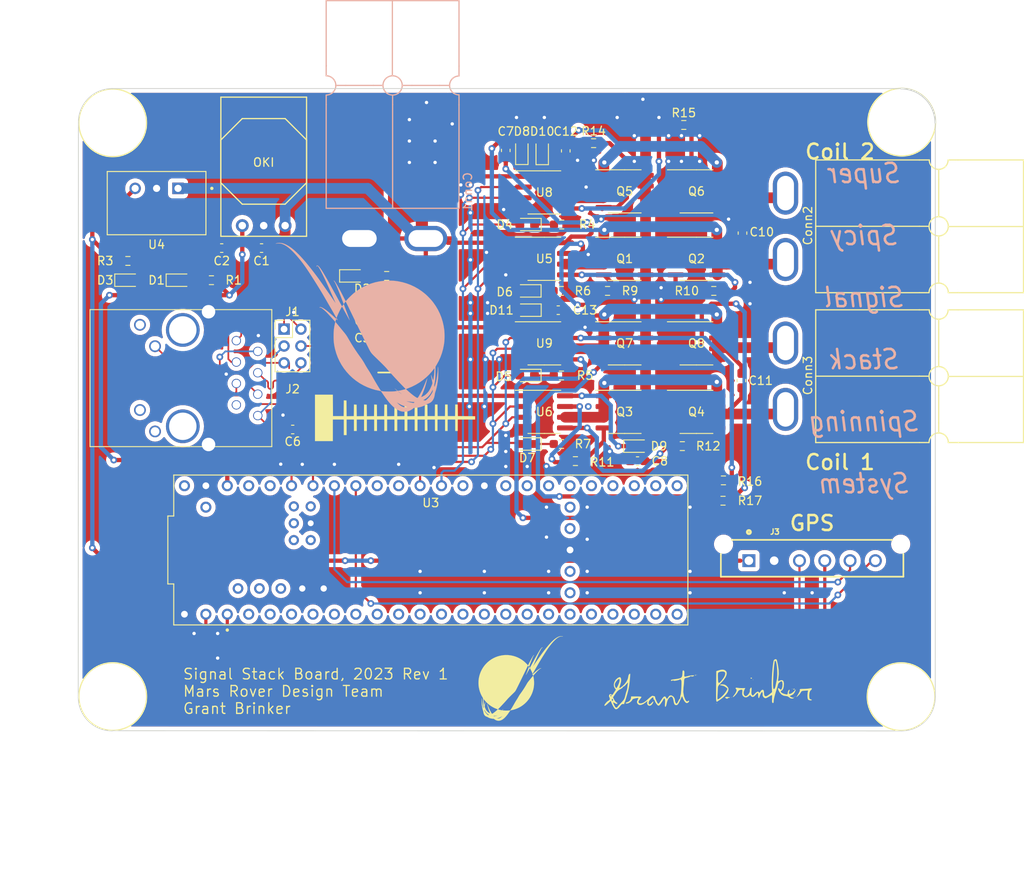
<source format=kicad_pcb>
(kicad_pcb (version 20211014) (generator pcbnew)
  (layers (0 "F.Cu" signal) (31 "B.Cu" signal) (34 "B.Paste" user) (35 "F.Paste" user) (36 "B.SilkS" user "B.Silkscreen") (37 "F.SilkS" user "F.Silkscreen") (38 "B.Mask" user) (39 "F.Mask" user) (44 "Edge.Cuts" user))
  (net 0 "")
  (net 1 "+12V")
  (net 2 "GND")
  (net 3 "+3V3")
  (net 4 "Net-(C6-Pad1)")
  (net 5 "Net-(C6-Pad2)")
  (net 6 "Net-(C7-Pad1)")
  (net 7 "/M+")
  (net 8 "Net-(C8-Pad1)")
  (net 9 "/M-")
  (net 10 "Net-(C12-Pad1)")
  (net 11 "Net-(C13-Pad1)")
  (net 12 "Net-(D1-Pad2)")
  (net 13 "Net-(D2-Pad2)")
  (net 14 "Net-(D3-Pad2)")
  (net 15 "Net-(D4-Pad1)")
  (net 16 "Coil1+")
  (net 17 "Net-(D5-Pad1)")
  (net 18 "Coil2+")
  (net 19 "Net-(D6-Pad1)")
  (net 20 "Coil1-")
  (net 21 "Net-(D7-Pad1)")
  (net 22 "Coil2-")
  (net 23 "Net-(J1-Pad4)")
  (net 27 "+5V")
  (net 28 "GPS TX")
  (net 29 "GPS RX")
  (net 30 "I2C SCL")
  (net 31 "I2C SDA")
  (net 32 "Net-(Q1-Pad4)")
  (net 33 "Net-(Q2-Pad4)")
  (net 34 "Net-(Q3-Pad4)")
  (net 35 "Net-(Q4-Pad4)")
  (net 36 "Net-(Q5-Pad4)")
  (net 37 "Net-(Q6-Pad4)")
  (net 38 "Net-(Q7-Pad4)")
  (net 39 "Net-(Q8-Pad4)")
  (net 40 "Net-(R9-Pad1)")
  (net 41 "Net-(R10-Pad1)")
  (net 42 "Net-(R11-Pad1)")
  (net 43 "Net-(R12-Pad1)")
  (net 44 "Net-(R14-Pad1)")
  (net 45 "Net-(R15-Pad1)")
  (net 46 "Net-(R16-Pad1)")
  (net 47 "Net-(R17-Pad1)")
  (net 92 "/TX+")
  (net 93 "/TX-")
  (net 94 "/RX-")
  (net 95 "/RX+")
  (footprint "Capacitor_SMD:C_0603_1608Metric_Pad1.08x0.95mm_HandSolder" (layer "F.Cu") (at 132.7415 88.646 180)
    (fp_text reference "C5")
    (fp_text value "22uF")
  )
  (footprint "MRDT_Shields:Teensy_4_1_Vertical" (layer "F.Cu") (at 87.122 82.296)
    (fp_text reference "U3")
    (fp_text value "Teensy4.1_DEV-16771")
  )
  (footprint "Resistor_SMD:R_0603_1608Metric_Pad0.98x0.95mm_HandSolder" (layer "F.Cu") (at 153.4395 79.248 180)
    (fp_text reference "R4")
    (fp_text value "120")
  )
  (footprint "MRDT_Drill_Holes:4_40_Hole_Corner" (layer "F.Cu") (at 96.2011 139.256884)
    (fp_text reference "V3" hide)
    (fp_text value "Via" hide)
  )
  (footprint "Capacitor_SMD:C_0603_1608Metric_Pad1.08x0.95mm_HandSolder" (layer "F.Cu") (at 132.715 92.71 180)
    (fp_text reference "C3")
    (fp_text value "0.1uF")
  )
  (footprint "MRDT_Drill_Holes:4_40_Hole_Corner" (layer "F.Cu") (at 189.6731 139.26474)
    (fp_text reference "V2" hide)
    (fp_text value "Via" hide)
  )
  (footprint "Capacitor_SMD:C_0603_1608Metric_Pad1.08x0.95mm_HandSolder" (layer "F.Cu") (at 146.812 70.4585 90)
    (fp_text reference "C7")
    (fp_text value "0.1u")
  )
  (footprint "Capacitor_SMD:C_0603_1608Metric_Pad1.08x0.95mm_HandSolder" (layer "F.Cu") (at 162.433 107.315)
    (fp_text reference "C8")
    (fp_text value "0.1u")
  )
  (footprint "Package_SO:SOIC-8_3.9x4.9mm_P1.27mm" (layer "F.Cu") (at 169.418 101.473)
    (fp_text reference "Q4")
    (fp_text value "SI4156DY")
  )
  (footprint "Resistor_SMD:R_0603_1608Metric_Pad0.98x0.95mm_HandSolder" (layer "F.Cu") (at 111.9105 85.852 180)
    (fp_text reference "R1")
    (fp_text value "120")
  )
  (footprint "Diode_SMD:D_0603_1608Metric_Pad1.05x0.95mm_HandSolder" (layer "F.Cu") (at 149.338 87.122 180)
    (fp_text reference "D6")
    (fp_text value "Pink")
  )
  (footprint "MRDT_Connectors:Square_Anderson_2_H_Side_By_Side" (layer "F.Cu") (at 179.6034 83.947 180)
    (fp_text reference "Conn2")
    (fp_text value "AndersonPP")
  )
  (footprint "Package_SO:SOIC-8_3.9x4.9mm_P1.27mm" (layer "F.Cu") (at 151.384 83.312)
    (fp_text reference "U5")
    (fp_text value "IRS2005S")
  )
  (footprint "Package_SO:SOIC-8_3.9x4.9mm_P1.27mm" (layer "F.Cu") (at 151.384 101.473)
    (fp_text reference "U6")
    (fp_text value "IRS2005S")
  )
  (footprint "Capacitor_SMD:C_0603_1608Metric_Pad1.08x0.95mm_HandSolder" (layer "F.Cu") (at 153.924 70.5115 90)
    (fp_text reference "C12")
    (fp_text value "0.1u")
  )
  (footprint "MRDT_Connectors:Square_Anderson_2_H_Side_By_Side" (layer "F.Cu") (at 179.6034 101.727 180)
    (fp_text reference "Conn3")
    (fp_text value "AndersonPP")
  )
  (footprint "Diode_SMD:D_0603_1608Metric_Pad1.05x0.95mm_HandSolder" (layer "F.Cu") (at 149.352 105.283 180)
    (fp_text reference "D7")
    (fp_text value "Pink")
  )
  (footprint "Package_SO:SOIC-8_3.9x4.9mm_P1.27mm" (layer "F.Cu") (at 160.909 93.345)
    (fp_text reference "Q7")
    (fp_text value "SI4156DY")
  )
  (footprint "Package_SO:SOIC-8_3.9x4.9mm_P1.27mm" (layer "F.Cu") (at 151.384 75.438)
    (fp_text reference "U8")
    (fp_text value "IRS2005S")
  )
  (footprint "MRDT_Silkscreens:0_MRDT_Logo_10mm" (layer "F.Cu") (at 148.59 133.096)
    (fp_text reference "G***" hide)
    (fp_text value "LOGO" hide)
  )
  (footprint "MRDT_Drill_Holes:4_40_Hole_Corner" (layer "F.Cu") (at 96.19488 71.19112)
    (fp_text reference "V4" hide)
    (fp_text value "Via" hide)
  )
  (footprint "Package_SO:SOIC-8_3.9x4.9mm_P1.27mm" (layer "F.Cu") (at 169.418 83.312)
    (fp_text reference "Q2")
    (fp_text value "SI4156DY")
  )
  (footprint "Package_SO:SOIC-8_3.9x4.9mm_P1.27mm" (layer "F.Cu") (at 169.418 93.345)
    (fp_text reference "Q8")
    (fp_text value "SI4156DY")
  )
  (footprint "Capacitor_SMD:C_0603_1608Metric_Pad1.08x0.95mm_HandSolder" (layer "F.Cu") (at 121.5495 103.5645 180)
    (fp_text reference "C6")
    (fp_text value "0.1uF")
  )
  (footprint "Resistor_SMD:R_0603_1608Metric_Pad0.98x0.95mm_HandSolder" (layer "F.Cu") (at 153.416 105.283 180)
    (fp_text reference "R7")
    (fp_text value "120")
  )
  (footprint "MRDT_Connectors:RJ45_Teensy" (layer "F.Cu") (at 95.5175 97.5935 -90)
    (fp_text reference "J2")
    (fp_text value "RJ45_LED_Shielded")
  )
  (footprint "Package_SO:SOIC-8_3.9x4.9mm_P1.27mm" (layer "F.Cu") (at 160.909 83.312)
    (fp_text reference "Q1")
    (fp_text value "SI4156DY")
  )
  (footprint "Resistor_SMD:R_0603_1608Metric_Pad0.98x0.95mm_HandSolder" (layer "F.Cu") (at 155.067 107.315)
    (fp_text reference "R11")
    (fp_text value "100")
  )
  (footprint "MRDT_Actives:DO-214AC" (layer "F.Cu") (at 132.708 95.504 180)
    (fp_text reference "U2")
    (fp_text value "SMAJ12CA")
  )
  (footprint "MRDT_Silkscreens:yagi" (layer "F.Cu") (at 133.731 102.108)
    (fp_text reference "G***" hide)
    (fp_text value "LOGO" hide)
  )
  (footprint "Resistor_SMD:R_0603_1608Metric_Pad0.98x0.95mm_HandSolder" (layer "F.Cu") (at 158.877 87.122)
    (fp_text reference "R9")
    (fp_text value "100")
  )
  (footprint "Diode_SMD:D_0603_1608Metric_Pad1.05x0.95mm_HandSolder" (layer "F.Cu") (at 149.352 79.248 180)
    (fp_text reference "D4")
    (fp_text value "Pink")
  )
  (footprint "Package_SO:SOIC-8_3.9x4.9mm_P1.27mm" (layer "F.Cu") (at 160.909 101.473)
    (fp_text reference "Q3")
    (fp_text value "SI4156DY")
  )
  (footprint "MRDT_Connectors:MOLEX_uF_S_06_Vertical" (layer "F.Cu") (at 183.134 119.126)
    (fp_text reference "J3")
    (fp_text value "Molex_uF_SV_06")
  )
  (footprint "Diode_SMD:D_0603_1608Metric_Pad1.05x0.95mm_HandSolder" (layer "F.Cu") (at 102.108 85.852)
    (fp_text reference "D3")
    (fp_text value "GREEN")
  )
  (footprint "Resistor_SMD:R_0603_1608Metric_Pad0.98x0.95mm_HandSolder" (layer "F.Cu") (at 171.4735 87.122 180)
    (fp_text reference "R10")
    (fp_text value "100")
  )
  (footprint "Capacitor_SMD:C_0603_1608Metric_Pad1.08x0.95mm_HandSolder" (layer "F.Cu") (at 174.752 97.7635 90)
    (fp_text reference "C11")
    (fp_text value "10u")
  )
  (footprint "Capacitor_SMD:C_0603_1608Metric_Pad1.08x0.95mm_HandSolder" (layer "F.Cu") (at 174.879 80.264 90)
    (fp_text reference "C10")
    (fp_text value "10u")
  )
  (footprint "Capacitor_SMD:C_0603_1608Metric_Pad1.08x0.95mm_HandSolder" (layer "F.Cu") (at 132.715 90.678 180)
    (fp_text reference "C4")
    (fp_text value "10uF")
  )
  (footprint "Connector_PinHeader_2.00mm:PinHeader_2x03_P2.00mm_Vertical" (layer "F.Cu") (at 120.523 91.6585)
    (fp_text reference "J1")
    (fp_text value "Molex_uF_SV_06")
  )
  (footprint "Resistor_SMD:R_0603_1608Metric_Pad0.98x0.95mm_HandSolder" (layer "F.Cu") (at 172.6165 109.601 180)
    (fp_text reference "R16")
    (fp_text value "100")
  )
  (footprint "Resistor_SMD:R_0603_1608Metric_Pad0.98x0.95mm_HandSolder" (layer "F.Cu") (at 157.226 69.596)
    (fp_text reference "R14")
    (fp_text value "100")
  )
  (footprint "Capacitor_SMD:C_0603_1608Metric_Pad1.08x0.95mm_HandSolder" (layer "F.Cu") (at 117.856 82.042 180)
    (fp_text reference "C1")
    (fp_text value "10uF")
  )
  (footprint "Resistor_SMD:R_0603_1608Metric_Pad0.98x0.95mm_HandSolder" (layer "F.Cu") (at 153.3925 87.122 180)
    (fp_text reference "R6")
    (fp_text value "120")
  )
  (footprint "Resistor_SMD:R_0603_1608Metric_Pad0.98x0.95mm_HandSolder" (layer "F.Cu") (at 153.416 97.155 180)
    (fp_text reference "R5")
    (fp_text value "120")
  )
  (footprint "MRDT_Drill_Holes:4_40_Hole_Corner" (layer "F.Cu") (at 189.7493 71.1087)
    (fp_text reference "V1" hide)
    (fp_text value "Via" hide)
  )
  (footprint "Package_SO:SOIC-8_3.9x4.9mm_P1.27mm" (layer "F.Cu") (at 160.909 75.311)
    (fp_text reference "Q5")
    (fp_text value "SI4156DY")
  )
  (footprint "Diode_SMD:D_0603_1608Metric_Pad1.05x0.95mm_HandSolder" (layer "F.Cu") (at 151.13 70.485 90)
    (fp_text reference "D10")
    (fp_text value "D_Small")
  )
  (footprint "MRDT_Silkscreens:z_sig_Grant_Brinker_25mmx6" (layer "F.Cu") (at 170.942 133.858)
    (fp_text reference "G***" hide)
    (fp_text value "LOGO" hide)
  )
  (footprint "MRDT_Devices:TSR_1-2433" (layer "F.Cu") (at 105.41 76.708 180)
    (fp_text reference "U4")
    (fp_text value "TSR_1-2450")
  )
  (footprint "Diode_SMD:D_0603_1608Metric_Pad1.05x0.95mm_HandSolder" (layer "F.Cu") (at 108.204 85.852)
    (fp_text reference "D1")
    (fp_text value "GREEN")
  )
  (footprint "Resistor_SMD:R_0603_1608Metric_Pad0.98x0.95mm_HandSolder" (layer "F.Cu") (at 102.0045 83.566)
    (fp_text reference "R3")
    (fp_text value "300")
  )
  (footprint "Resistor_SMD:R_0603_1608Metric_Pad0.98x0.95mm_HandSolder" (layer "F.Cu") (at 167.9175 67.437)
    (fp_text reference "R15")
    (fp_text value "100")
  )
  (footprint "Diode_SMD:D_0603_1608Metric_Pad1.05x0.95mm_HandSolder" (layer "F.Cu") (at 162.447 105.537)
    (fp_text reference "D9")
    (fp_text value "D_Small")
  )
  (footprint "Diode_SMD:D_0603_1608Metric_Pad1.05x0.95mm_HandSolder" (layer "F.Cu") (at 149.338 97.155 180)
    (fp_text reference "D5")
    (fp_text value "Pink")
  )
  (footprint "Diode_SMD:D_0603_1608Metric_Pad1.05x0.95mm_HandSolder" (layer "F.Cu") (at 149.352 89.408 180)
    (fp_text reference "D11")
    (fp_text value "D_Small")
  )
  (footprint "Resistor_SMD:R_0603_1608Metric_Pad0.98x0.95mm_HandSolder" (layer "F.Cu") (at 172.5695 112.014)
    (fp_text reference "R17")
    (fp_text value "100")
  )
  (footprint "Package_SO:SOIC-8_3.9x4.9mm_P1.27mm" (layer "F.Cu") (at 151.384 93.345)
    (fp_text reference "U9")
    (fp_text value "IRS2005S")
  )
  (footprint "Resistor_SMD:R_0603_1608Metric_Pad0.98x0.95mm_HandSolder" (layer "F.Cu") (at 167.7435 105.537)
    (fp_text reference "R12")
    (fp_text value "100")
  )
  (footprint "Package_SO:SOIC-8_3.9x4.9mm_P1.27mm" (layer "F.Cu") (at 169.418 75.311)
    (fp_text reference "Q6")
    (fp_text value "SI4156DY")
  )
  (footprint "Capacitor_SMD:C_0603_1608Metric_Pad1.08x0.95mm_HandSolder" (layer "F.Cu") (at 153.035 89.408)
    (fp_text reference "C13")
    (fp_text value "0.1u")
  )
  (footprint "Diode_SMD:D_0603_1608Metric_Pad1.05x0.95mm_HandSolder" (layer "F.Cu") (at 128.7685 85.344)
    (fp_text reference "D2")
    (fp_text value "GREEN")
  )
  (footprint "MRDT_Devices:OKI_Horizontal" (layer "F.Cu") (at 120.65 79.375 180)
    (fp_text reference "U1" hide)
    (fp_text value "OKI")
  )
  (footprint "Resistor_SMD:R_0603_1608Metric_Pad0.98x0.95mm_HandSolder" (layer "F.Cu") (at 132.6915 85.344)
    (fp_text reference "R2")
    (fp_text value "1000")
  )
  (footprint "Diode_SMD:D_0603_1608Metric_Pad1.05x0.95mm_HandSolder" (layer "F.Cu") (at 148.717 70.471 90)
    (fp_text reference "D8")
    (fp_text value "D_Small")
  )
  (footprint "Capacitor_SMD:C_0603_1608Metric_Pad1.08x0.95mm_HandSolder" (layer "F.Cu") (at 113.1305 82.042 180)
    (fp_text reference "C2")
    (fp_text value "10uF")
  )
  (footprint "MRDT_Silkscreens:0_MRDT_Logo_20mm" (layer "B.Cu") (at 129.54 91.44 180)
    (fp_text reference "G***" hide)
    (fp_text value "LOGO" hide)
  )
  (footprint "MRDT_Connectors:Square_Anderson_2_H_Side_By_Side" (layer "B.Cu") (at 128.905 81.28 -90)
    (fp_text reference "Conn1")
    (fp_text value "AndersonPP")
  )
  (gr_arc (start 193.675 63.119) (mid 196.548682 64.309318) (end 197.739 67.183) (layer "Edge.Cuts") (width 0.2))
  (gr_arc (start 197.735518 135.255001) (mid 196.596016 138.107672) (end 193.773119 139.319) (layer "Edge.Cuts") (width 0.1))
  (gr_line (start 96.12144 135.353103) (end 96.139001 67.183) (layer "Edge.Cuts") (width 0.1))
  (gr_line (start 100.1014 63.119001) (end 193.675 63.119) (layer "Edge.Cuts") (width 0.1))
  (gr_arc (start 96.139001 67.183) (mid 97.278519 64.330361) (end 100.1014 63.119001) (layer "Edge.Cuts") (width 0.1))
  (gr_line (start 197.739 67.183) (end 197.735518 135.255001) (layer "Edge.Cuts") (width 0.1))
  (gr_line (start 193.773119 139.319) (end 100.185439 139.297958) (layer "Edge.Cuts") (width 0.1))
  (gr_arc (start 100.185439 139.315502) (mid 97.332768 138.176) (end 96.12144 135.353103) (layer "Edge.Cuts") (width 0.1))
  (gr_text "Super\n\nSpicy\n\nSignal\n\nStack\n\nSpinning\n\nSystem" (at 189.357 91.567) (layer "B.SilkS") (effects (font (size 2.286 2.032) (thickness 0.3) italic) (justify mirror)))
  (gr_text "Coil 1" (at 186.436 107.442) (layer "F.SilkS") (effects (font (size 1.778 1.778) (thickness 0.3))))
  (gr_text "GPS" (at 183.134 114.681) (layer "F.SilkS") (effects (font (size 1.778 1.778) (thickness 0.3))))
  (gr_text "Signal Stack Board, 2023 Rev 1\nMars Rover Design Team\nGrant Brinker\n" (at 108.458 134.62) (layer "F.SilkS") (effects (font (size 1.27 1.27)) (justify left)))
  (gr_text "Coil 2" (at 186.436 70.612) (layer "F.SilkS") (effects (font (size 1.778 1.778) (thickness 0.3))))
  (segment (start 139.954 65.024) (end 136.779 68.199) (width 1.27) (layer "F.Cu") (net 1))
  (segment (start 149.987 66.675) (end 148.336 65.024) (width 0.508) (layer "F.Cu") (net 1))
  (segment (start 148.844 69.596) (end 149.987 68.453) (width 0.508) (layer "F.Cu") (net 1))
  (segment (start 148.717 69.596) (end 148.844 69.596) (width 0.508) (layer "F.Cu") (net 1))
  (segment (start 139.954 81.407) (end 139.4524 80.9054) (width 0.508) (layer "F.Cu") (net 1))
  (segment (start 118.7185 82.042) (end 119.126 82.042) (width 1.27) (layer "F.Cu") (net 1))
  (segment (start 163.384 75.946) (end 163.384 74.676) (width 1.27) (layer "F.Cu") (net 1))
  (segment (start 163.322 105.537) (end 163.322 103.44) (width 0.508) (layer "F.Cu") (net 1))
  (segment (start 163.384 102.108) (end 163.384 103.378) (width 1.27) (layer "F.Cu") (net 1))
  (segment (start 163.384 67.499) (end 160.909 65.024) (width 1.27) (layer "F.Cu") (net 1))
  (segment (start 148.336 65.024) (end 139.954 65.024) (width 1.27) (layer "F.Cu") (net 1))
  (segment (start 163.384 82.677) (end 163.384 83.947) (width 1.27) (layer "F.Cu") (net 1))
  (segment (start 151.13 69.61) (end 151.13 69.596) (width 0.508) (layer "F.Cu") (net 1))
  (segment (start 163.384 93.98) (end 163.384 95.25) (width 1.27) (layer "F.Cu") (net 1))
  (segment (start 163.384 73.406) (end 163.384 67.499) (width 1.27) (layer "F.Cu") (net 1))
  (segment (start 150.114 65.024) (end 148.336 65.024) (width 1.27) (layer "F.Cu") (net 1))
  (segment (start 163.384 99.568) (end 163.384 100.838) (width 1.27) (layer "F.Cu") (net 1))
  (segment (start 163.384 91.44) (end 163.384 92.71) (width 1.27) (layer "F.Cu") (net 1))
  (segment (start 139.4524 80.9054) (end 137.329 80.9054) (width 0.508) (layer "F.Cu") (net 1))
  (segment (start 160.909 65.024) (end 150.114 65.024) (width 1.27) (layer "F.Cu") (net 1))
  (segment (start 148.909 99.568) (end 139.954 99.568) (width 0.508) (layer "F.Cu") (net 1))
  (segment (start 163.384 81.407) (end 163.384 82.677) (width 1.27) (layer "F.Cu") (net 1))
  (segment (start 163.384 92.71) (end 163.384 93.98) (width 1.27) (layer "F.Cu") (net 1))
  (segment (start 163.384 83.947) (end 163.384 85.217) (width 1.27) (layer "F.Cu") (net 1))
  (segment (start 136.779 68.199) (end 136.779 80.3554) (width 1.27) (layer "F.Cu") (net 1))
  (segment (start 163.384 95.25) (end 163.384 99.568) (width 1.27) (layer "F.Cu") (net 1))
  (segment (start 163.322 103.44) (end 163.384 103.378) (width 0.508) (layer "F.Cu") (net 1))
  (segment (start 163.384 74.676) (end 163.384 73.406) (width 1.27) (layer "F.Cu") (net 1))
  (segment (start 148.909 91.44) (end 139.954 91.44) (width 0.508) (layer "F.Cu") (net 1))
  (segment (start 163.384 85.217) (end 163.384 91.44) (width 1.27) (layer "F.Cu") (net 1))
  (segment (start 148.844 81.407) (end 139.954 81.407) (width 0.508) (layer "F.Cu") (net 1))
  (segment (start 163.384 77.216) (end 163.384 75.946) (width 1.27) (layer "F.Cu") (net 1))
  (segment (start 120.65 80.518) (end 120.65 79.375) (width 1.27) (layer "F.Cu") (net 1))
  (segment (start 163.384 100.838) (end 163.384 102.108) (width 1.27) (layer "F.Cu") (net 1))
  (segment (start 163.384 81.407) (end 163.384 77.216) (width 1.27) (layer "F.Cu") (net 1))
  (segment (start 119.126 82.042) (end 120.65 80.518) (width 1.27) (layer "F.Cu") (net 1))
  (segment (start 136.779 80.3554) (end 137.329 80.9054) (width 1.27) (layer "F.Cu") (net 1))
  (segment (start 148.909 73.533) (end 140.081 73.533) (width 0.508) (layer "F.Cu") (net 1))
  (segment (start 151.13 69.596) (end 149.987 68.453) (width 0.508) (layer "F.Cu") (net 1))
  (segment (start 149.987 68.453) (end 149.987 66.675) (width 0.508) (layer "F.Cu") (net 1))
  (segment (start 120.65 79.375) (end 120.65 77.216) (width 1.27) (layer "B.Cu") (net 1))
  (segment (start 136.779 81.3054) (end 130.4316 74.958) (width 1.27) (layer "B.Cu") (net 1))
  (segment (start 120.65 77.216) (end 122.908 74.958) (width 1.27) (layer "B.Cu") (net 1))
  (segment (start 130.4316 74.958) (end 122.908 74.958) (width 1.27) (layer "B.Cu") (net 1))
  (segment (start 122.908 74.958) (end 107.95 74.958) (width 1.27) (layer "B.Cu") (net 1))
  (segment (start 101.092 85.711) (end 101.233 85.852) (width 0.508) (layer "F.Cu") (net 2))
  (via (at 158.115 78.613) (size 0.8) (drill 0.4) (layers "F.Cu" "B.Cu") (net 2))
  (via (at 142.621 74.549) (size 0.8) (drill 0.4) (layers "F.Cu" "B.Cu") (net 2))
  (via (at 162.052 71.755) (size 0.8) (drill 0.4) (layers "F.Cu" "B.Cu") (net 2))
  (via (at 146.05 95.25) (size 0.8) (drill 0.4) (layers "F.Cu" "B.Cu") (net 2))
  (via (at 144.272 122.936) (size 0.8) (drill 0.4) (layers "F.Cu" "B.Cu") (net 2))
  (via (at 134.112 107.696) (size 0.8) (drill 0.4) (layers "F.Cu" "B.Cu") (net 2))
  (via (at 162.052 88.138) (size 0.8) (drill 0.4) (layers "F.Cu" "B.Cu") (net 2))
  (via (at 163.068 64.389) (size 0.8) (drill 0.4) (layers "F.Cu" "B.Cu") (net 2))
  (via (at 136.652 120.396) (size 0.8) (drill 0.4) (layers "F.Cu" "B.Cu") (net 2))
  (via (at 113.665 96.9925) (size 0.8) (drill 0.4) (layers "F.Cu" "B.Cu") (net 2))
  (via (at 141.478 74.549) (size 0.8) (drill 0.4) (layers "F.Cu" "B.Cu") (net 2))
  (via (at 120.396 101.854) (size 0.8) (drill 0.4) (layers "F.Cu" "B.Cu") (net 2))
  (via (at 142.621 88.519) (size 0.8) (drill 0.4) (layers "F.Cu" "B.Cu") (net 2))
  (via (at 112.649 127.762) (size 0.8) (drill 0.4) (layers "F.Cu" "B.Cu") (net 2))
  (via (at 146.812 104.267) (size 0.8) (drill 0.4) (layers "F.Cu" "B.Cu") (net 2))
  (via (at 137.414 64.77) (size 0.8) (drill 0.4) (layers "F.Cu" "B.Cu") (net 2))
  (via (at 159.131 106.172) (size 0.8) (drill 0.4) (layers "F.Cu" "B.Cu") (net 2))
  (via (at 142.621 95.25) (size 0.8) (drill 0.4) (layers "F.Cu" "B.Cu") (net 2))
  (via (at 142.621 77.851) (size 0.8) (drill 0.4) (layers "F.Cu" "B.Cu") (net 2))
  (via (at 144.272 100.838) (size 0.8) (drill 0.4) (layers "F.Cu" "B.Cu") (net 2))
  (via (at 156.464 122.936) (size 0.8) (drill 0.4) (layers "F.Cu" "B.Cu") (net 2))
  (via (at 156.591 100.838) (size 0.8) (drill 0.4) (layers "F.Cu" "B.Cu") (net 2))
  (via (at 122.682 107.696) (size 0.8) (drill 0.4) (layers "F.Cu" "B.Cu") (net 2))
  (via (at 126.492 107.696) (size 0.8) (drill 0.4) (layers "F.Cu" "B.Cu") (net 2))
  (via (at 146.812 85.217) (size 0.8) (drill 0.4) (layers "F.Cu" "B.Cu") (net 2))
  (via (at 183.134 122.936) (size 0.8) (drill 0.4) (layers "F.Cu" "B.Cu") (net 2))
  (via (at 117.475 92.4205) (size 0.8) (drill 0.4) (layers "F.Cu" "B.Cu") (net 2))
  (via (at 166.116 68.707) (size 0.8) (drill 0.4) (layers "F.Cu" "B.Cu") (net 2))
  (via (at 167.64 68.707) (size 0.8) (drill 0.4) (layers "F.Cu" "B.Cu") (net 2))
  (via (at 142.494 100.838) (size 0.8) (drill 0.4) (layers "F.Cu" "B.Cu") (net 2))
  (via (at 169.799 71.755) (size 0.8) (drill 0.4) (layers "F.Cu" "B.Cu") (net 2))
  (via (at 155.321 71.628) (size 0.8) (drill 0.4) (layers "F.Cu" "B.Cu") (net 2))
  (via (at 138.303 108.077) (size 0.8) (drill 0.4) (layers "F.Cu" "B.Cu") (net 2))
  (via (at 151.384 66.548) (size 0.8) (drill 0.4) (layers "F.Cu" "B.Cu") (net 2))
  (via (at 168.656 120.396) (size 0.8) (drill 0.4) (layers "F.Cu" "B.Cu") (net 2))
  (via (at 146.812 106.172) (size 0.8) (drill 0.4) (layers "F.Cu" "B.Cu") (net 2))
  (via (at 156.591 82.804) (size 0.8) (drill 0.4) (layers "F.Cu" "B.Cu") (net 2))
  (via (at 148.082 66.548) (size 0.8) (drill 0.4) (layers "F.Cu" "B.Cu") (net 2))
  (via (at 140.462 67.31) (size 0.8) (drill 0.4) (layers "F.Cu" "B.Cu") (net 2))
  (via (at 151.892 120.396) (size 0.8) (drill 0.4) (layers "F.Cu" "B.Cu") (net 2))
  (via (at 144.272 120.396) (size 0.8) (drill 0.4) (layers "F.Cu" "B.Cu") (net 2))
  (via (at 138.43 71.882) (size 0.8) (drill 0.4) (layers "F.Cu" "B.Cu") (net 2))
  (via (at 121.666 89.662) (size 0.8) (drill 0.4) (layers "F.Cu" "B.Cu") (net 2))
  (via (at 135.382 66.802) (size 0.8) (drill 0.4) (layers "F.Cu" "B.Cu") (net 2))
  (via (at 165.227 88.138) (size 0.8) (drill 0.4) (layers "F.Cu" "B.Cu") (net 2))
  (via (at 135.382 69.342) (size 0.8) (drill 0.4) (layers "F.Cu" "B.Cu") (net 2))
  (via (at 179.832 122.936) (size 0.8) (drill 0.4) (layers "F.Cu" "B.Cu") (net 2))
  (via (at 151.624415 107.933008) (size 0.8) (drill 0.4) (layers "F.Cu" "B.Cu") (net 2))
  (via (at 144.399 95.25) (size 0.8) (drill 0.4) (layers "F.Cu" "B.Cu") (net 2))
  (via (at 156.21 91.44) (size 0.8) (drill 0.4) (layers "F.Cu" "B.Cu") (net 2))
  (via (at 168.656 112.776) (size 0.8) (drill 0.4) (layers "F.Cu" "B.Cu") (net 2))
  (via (at 167.64 71.755) (size 0.8) (drill 0.4) (layers "F.Cu" "B.Cu") (net 2))
  (via (at 141.478 75.692) (size 0.8) (drill 0.4) (layers "F.Cu" "B.Cu") (net 2))
  (via (at 135.382 71.882) (size 0.8) (drill 0.4) (layers "F.Cu" "B.Cu") (net 2))
  (via (at 112.649 130.683) (size 0.8) (drill 0.4) (layers "F.Cu" "B.Cu") (net 2))
  (via (at 151.892 122.936) (size 0.8) (drill 0.4) (layers "F.Cu" "B.Cu") (net 2))
  (via (at 156.464 112.776) (size 0.8) (drill 0.4) (layers "F.Cu" "B.Cu") (net 2))
  (via (at 144.653 88.519) (size 0.8) (drill 0.4) (layers "F.Cu" "B.Cu") (net 2))
  (via (at 144.653 89.789) (size 0.8) (drill 0.4) (layers "F.Cu" "B.Cu") (net 2))
  (via (at 120.127978 107.677304) (size 0.8) (drill 0.4) (layers "F.Cu" "B.Cu") (net 2))
  (via (at 149.352 107.95) (size 0.8) (drill 0.4) (layers "F.Cu" "B.Cu") (net 2))
  (via (at 142.621 83.439) (size 0.8) (drill 0.4) (layers "F.Cu" "B.Cu") (net 2))
  (via (at 138.43 69.342) (size 0.8) (drill 0.4) (layers "F.Cu" "B.Cu") (net 2))
  (via (at 156.337 74.803) (size 0.8) (drill 0.4) (layers "F.Cu" "B.Cu") (net 2))
  (via (at 151.638 112.776) (size 0.8) (drill 0.4) (layers "F.Cu" "B.Cu") (net 2))
  (via (at 109.855 127.762) (size 0.8) (drill 0.4) (layers "F.Cu" "B.Cu") (net 2))
  (via (at 146.812 107.95) (size 0.8) (drill 0.4) (layers "F.Cu" "B.Cu") (net 2))
  (via (at 175.768 88.646) (size 0.8) (drill 0.4) (layers "F.Cu" "B.Cu") (net 2))
  (via (at 175.768 86.106) (size 0.8) (drill 0.4) (layers "F.Cu" "B.Cu") (net 2))
  (via (at 168.656 122.936) (size 0.8) (drill 0.4) (layers "F.Cu" "B.Cu") (net 2))
  (via (at 173.228 78.613) (size 0.8) (drill 0.4) (layers "F.Cu" "B.Cu") (net 2))
  (via (at 169.799 68.707) (size 0.8) (drill 0.4) (layers "F.Cu" "B.Cu") (net 2))
  (via (at 144.526 82.55) (size 0.8) (drill 0.4) (layers "F.Cu" "B.Cu") (net 2))
  (via (at 164.973 66.548) (size 0.8) (drill 0.4) (layers "F.Cu" "B.Cu") (net 2))
  (via (at 160.02 66.548) (size 0.8) (drill 0.4) (layers "F.Cu" "B.Cu") (net 2))
  (via (at 157.226 71.628) (size 0.8) (drill 0.4) (layers "F.Cu" "B.Cu") (net 2))
  (via (at 151.638 116.332) (size 0.8) (drill 0.4) (layers "F.Cu" "B.Cu") (net 2))
  (via (at 142.621 89.789) (size 0.8) (drill 0.4) (layers "F.Cu" "B.Cu") (net 2))
  (via (at 156.464 120.396) (size 0.8) (drill 0.4) (layers "F.Cu" "B.Cu") (net 2))
  (via (at 146.558 77.47) (size 0.8) (drill 0.4) (layers "F.Cu" "B.Cu") (net 2))
  (via (at 162.052 68.707) (size 0.8) (drill 0.4) (layers "F.Cu" "B.Cu") (net 2))
  (via (at 166.116 71.755) (size 0.8) (drill 0.4) (layers "F.Cu" "B.Cu") (net 2))
  (via (at 156.464 116.586) (size 0.8) (drill 0.4) (layers "F.Cu" "B.Cu") (net 2))
  (via (at 165.227 86.741) (size 0.8) (drill 0.4) (layers "F.Cu" "B.Cu") (net 2))
  (via (at 136.652 122.936) (size 0.8) (drill 0.4) (layers "F.Cu" "B.Cu") (net 2))
  (segment (start 113.993 82.042) (end 114.3 82.042) (width 0.508) (layer "F.Cu") (net 3))
  (segment (start 100.33 107.188) (end 113.03 107.188) (width 0.508) (layer "F.Cu") (net 3))
  (segment (start 113.792 107.95) (end 113.792 110.236) (width 0.508) (layer "F.Cu") (net 3))
  (segment (start 114.3 82.042) (end 115.57 80.772) (width 0.508) (layer "F.Cu") (net 3))
  (segment (start 112.823 86.407) (end 112.823 85.852) (width 0.508) (layer "F.Cu") (net 3))
  (segment (start 114.046 87.63) (end 112.823 86.407) (width 0.508) (layer "F.Cu") (net 3))
  (segment (start 115.57 80.772) (end 115.57 82.804) (width 0.508) (layer "F.Cu") (net 3))
  (segment (start 115.57 79.375) (end 115.57 80.772) (width 0.508) (layer "F.Cu") (net 3))
  (segment (start 114.046 87.63) (end 99.822 87.63) (width 0.508) (layer "F.Cu") (net 3))
  (segment (start 113.03 107.188) (end 113.792 107.95) (width 0.508) (layer "F.Cu") (net 3))
  (via (at 114.046 87.63) (size 0.8) (drill 0.4) (layers "F.Cu" "B.Cu") (net 3))
  (via (at 115.57 82.804) (size 0.8) (drill 0.4) (layers "F.Cu" "B.Cu") (net 3))
  (via (at 99.822 87.63) (size 0.8) (drill 0.4) (layers "F.Cu" "B.Cu") (net 3))
  (via (at 100.33 107.188) (size 0.8) (drill 0.4) (layers "F.Cu" "B.Cu") (net 3))
  (segment (start 99.822 87.63) (end 98.806 88.646) (width 0.508) (layer "B.Cu") (net 3))
  (segment (start 98.806 105.664) (end 100.33 107.188) (width 0.508) (layer "B.Cu") (net 3))
  (segment (start 115.57 82.804) (end 115.57 84.582) (width 0.508) (layer "B.Cu") (net 3))
  (segment (start 98.806 88.646) (end 98.806 105.664) (width 0.508) (layer "B.Cu") (net 3))
  (segment (start 115.57 86.106) (end 114.046 87.63) (width 0.508) (layer "B.Cu") (net 3))
  (segment (start 115.57 84.582) (end 115.57 86.106) (width 0.508) (layer "B.Cu") (net 3))
  (segment (start 122.412 103.5645) (end 122.412 101.6755) (width 0.2) (layer "F.Cu") (net 4))
  (segment (start 116.713 100.5485) (end 115.697 99.5325) (width 0.2) (layer "F.Cu") (net 4))
  (segment (start 113.411 99.5325) (end 114.427 99.5325) (width 0.2) (layer "F.Cu") (net 4))
  (segment (start 114.8675 98.1035) (end 114.8675 99.092) (width 0.2) (layer "F.Cu") (net 4))
  (segment (start 121.285 100.5485) (end 116.713 100.5485) (width 0.2) (layer "F.Cu") (net 4))
  (segment (start 112.903 94.9605) (end 112.903 99.0245) (width 0.2) (layer "F.Cu") (net 4))
  (segment (start 114.8675 99.092) (end 114.427 99.5325) (width 0.2) (layer "F.Cu") (net 4))
  (segment (start 112.903 99.0245) (end 113.411 99.5325) (width 0.2) (layer "F.Cu") (net 4))
  (segment (start 122.412 101.6755) (end 121.285 100.5485) (width 0.2) (layer "F.Cu") (net 4))
  (segment (start 115.697 99.5325) (end 114.427 99.5325) (width 0.2) (layer "F.Cu") (net 4))
  (via (at 112.903 94.9605) (size 0.8) (drill 0.4) (layers "F.Cu" "B.Cu") (net 4))
  (segment (start 113.57 94.2935) (end 112.903 94.9605) (width 0.2) (layer "B.Cu") (net 4))
  (segment (start 117.4075 94.2935) (end 113.57 94.2935) (width 0.2) (layer "B.Cu") (net 4))
  (segment (start 120.687 103.5645) (end 119.0585 103.5645) (width 0.2) (layer "F.Cu") (net 5))
  (segment (start 119.0585 103.5645) (end 117.4075 101.9135) (width 0.2) (layer "F.Cu") (net 5))
  (segment (start 118.999 100.322) (end 117.4075 101.9135) (width 0.2) (layer "B.Cu") (net 5))
  (segment (start 118.999 95.1825) (end 118.999 100.322) (width 0.2) (layer "B.Cu") (net 5))
  (segment (start 120.523 93.6585) (end 118.999 95.1825) (width 0.2) (layer "B.Cu") (net 5))
  (segment (start 154.686 81.407) (end 153.859 81.407) (width 0.508) (layer "F.Cu") (net 6))
  (segment (start 148.717 71.346) (end 146.837 71.346) (width 0.508) (layer "F.Cu") (net 6))
  (segment (start 156.55605 80.67995) (end 154.58605 80.67995) (width 0.508) (layer "F.Cu") (net 6))
  (segment (start 156.972 80.264) (end 156.55605 80.67995) (width 0.508) (layer "F.Cu") (net 6))
  (segment (start 146.812 71.321) (end 146.812 72.644) (width 0.508) (layer "F.Cu") (net 6))
  (segment (start 154.58605 80.67995) (end 153.859 81.407) (width 0.508) (layer "F.Cu") (net 6))
  (segment (start 146.837 71.346) (end 146.812 71.321) (width 0.508) (layer "F.Cu") (net 6))
  (segment (start 156.464 78.994) (end 156.972 79.502) (width 0.508) (layer "F.Cu") (net 6))
  (segment (start 156.972 79.502) (end 156.972 80.264) (width 0.508) (layer "F.Cu") (net 6))
  (via (at 146.812 72.644) (size 0.8001) (drill 0.40005) (layers "F.Cu" "B.Cu") (net 6))
  (via (at 156.464 78.994) (size 0.8001) (drill 0.40005) (layers "F.Cu" "B.Cu") (net 6))
  (segment (start 153.162 78.994) (end 155.702 78.994) (width 0.508) (layer "B.Cu") (net 6))
  (segment (start 146.812 72.644) (end 153.162 78.994) (width 0.508) (layer "B.Cu") (net 6))
  (segment (start 155.702 78.994) (end 156.464 78.994) (width 0.508) (layer "B.Cu") (net 6))
  (segment (start 158.434 82.677) (end 158.434 81.407) (width 1.27) (layer "F.Cu") (net 7))
  (segment (start 171.893 100.838) (end 171.893 99.568) (width 1.27) (layer "F.Cu") (net 7))
  (segment (start 179.978 83.547) (end 179.578 83.947) (width 1.27) (layer "F.Cu") (net 7))
  (segment (start 171.893 103.378) (end 171.893 102.108) (width 1.27) (layer "F.Cu") (net 7))
  (segment (start 158.434 102.108) (end 158.434 100.838) (width 1.27) (layer "F.Cu") (net 7))
  (segment (start 179.978 83.397) (end 179.978 83.547) (width 1.27) (layer "F.Cu") (net 7))
  (segment (start 158.434 83.947) (end 153.859 83.947) (width 1.27) (layer "F.Cu") (net 7))
  (segment (start 171.831 97.917) (end 171.831 99.506) (width 1.27) (layer "F.Cu") (net 7))
  (segment (start 174.752 99.822) (end 172.847 101.727) (width 0.508) (layer "F.Cu") (net 7))
  (segment (start 146.812 69.596) (end 145.796 69.596) (width 0.508) (layer "F.Cu") (net 7))
  (segment (start 171.893 106.491) (end 171.893 103.378) (width 0.508) (layer "F.Cu") (net 7))
  (segment (start 163.2955 107.315) (end 171.069 107.315) (width 0.508) (layer "F.Cu") (net 7))
  (segment (start 174.879 82.042) (end 172.974 83.947) (width 0.508) (layer "F.Cu") (net 7))
  (segment (start 158.434 99.568) (end 158.434 98.106) (width 1.27) (layer "F.Cu") (net 7))
  (segment (start 158.434 79.945) (end 158.496 79.883) (width 1.27) (layer "F.Cu") (net 7))
  (segment (start 158.434 81.407) (end 158.434 79.945) (width 1.27) (layer "F.Cu") (net 7))
  (segment (start 171.893 82.677) (end 171.893 81.407) (width 1.27) (layer "F.Cu") (net 7))
  (segment (start 171.893 85.217) (end 171.893 83.947) (width 1.27) (layer "F.Cu") (net 7))
  (segment (start 179.578 83.947) (end 172.974 83.947) (width 1.27) (layer "F.Cu") (net 7))
  (segment (start 172.847 101.727) (end 179.428 101.727) (width 1.27) (layer "F.Cu") (net 7))
  (segment (start 171.893 102.108) (end 171.893 100.838) (width 1.27) (layer "F.Cu") (net 7))
  (segment (start 171.069 107.315) (end 171.893 106.491) (width 0.508) (layer "F.Cu") (net 7))
  (segment (start 174.879 81.1265) (end 174.879 82.042) (width 0.508) (layer "F.Cu") (net 7))
  (segment (start 179.428 101.727) (end 179.978 101.177) (width 1.27) (layer "F.Cu") (net 7))
  (segment (start 172.847 101.727) (end 172.274 101.727) (width 1.27) (layer "F.Cu") (net 7))
  (segment (start 158.434 83.947) (end 158.434 82.677) (width 1.27) (layer "F.Cu") (net 7))
  (segment (start 171.893 83.947) (end 171.893 82.677) (width 1.27) (layer "F.Cu") (net 7))
  (segment (start 172.974 83.947) (end 171.893 83.947) (width 1.27) (layer "F.Cu") (net 7))
  (segment (start 171.831 99.506) (end 171.893 99.568) (width 1.27) (layer "F.Cu") (net 7))
  (segment (start 171.831 81.345) (end 171.893 81.407) (width 1.27) (layer "F.Cu") (net 7))
  (segment (start 145.796 69.596) (end 145.161 70.231) (width 0.508) (layer "F.Cu") (net 7))
  (segment (start 158.434 100.838) (end 158.434 99.568) (width 1.27) (layer "F.Cu") (net 7))
  (segment (start 172.274 101.727) (end 171.893 102.108) (width 1.27) (layer "F.Cu") (net 7))
  (segment (start 171.831 79.883) (end 171.831 81.345) (width 1.27) (layer "F.Cu") (net 7))
  (segment (start 158.434 98.106) (end 158.496 98.044) (width 1.27) (layer "F.Cu") (net 7))
  (segment (start 158.434 102.108) (end 153.859 102.108) (width 1.27) (layer "F.Cu") (net 7))
  (segment (start 174.752 98.626) (end 174.752 99.822) (width 0.508) (layer "F.Cu") (net 7))
  (via (at 158.496 98.044) (size 1) (drill 0.5) (layers "F.Cu" "B.Cu") (net 7))
  (via (at 171.831 79.883) (size 1) (drill 0.5) (layers "F.Cu" "B.Cu") (net 7))
  (via (at 158.496 79.883) (size 1) (drill 0.5) (layers "F.Cu" "B.Cu") (net 7))
  (via (at 145.161 70.231) (size 0.8001) (drill 0.40005) (layers "F.Cu" "B.Cu") (net 7))
  (via (at 171.831 97.917) (size 1) (drill 0.5) (layers "F.Cu" "B.Cu") (net 7))
  (segment (start 158.496 98.044) (end 158.877 97.663) (width 1.27) (layer "B.Cu") (net 7))
  (segment (start 158.877 79.502) (end 168.529 79.502) (width 1.27) (layer "B.Cu") (net 7))
  (segment (start 158.877 97.663) (end 171.577 97.663) (width 1.27) (layer "B.Cu") (net 7))
  (segment (start 147.193 79.883) (end 158.496 79.883) (width 0.508) (layer "B.Cu") (net 7))
  (segment (start 145.161 70.231) (end 145.161 77.851) (width 0.508) (layer "B.Cu") (net 7))
  (segment (start 171.577 97.663) (end 171.831 97.917) (width 1.27) (layer "B.Cu") (net 7))
  (segment (start 168.529 79.502) (end 171.45 79.502) (width 1.27) (layer "B.Cu") (net 7))
  (segment (start 145.161 77.851) (end 147.193 79.883) (width 0.508) (layer "B.Cu") (net 7))
  (segment (start 158.496 79.883) (end 158.877 79.502) (width 1.27) (layer "B.Cu") (net 7))
  (segment (start 171.45 79.502) (end 171.831 79.883) (width 1.27) (layer "B.Cu") (net 7))
  (segment (start 155.829 99.568) (end 153.859 99.568) (width 0.508) (layer "F.Cu") (net 8))
  (segment (start 161.572 105.537) (end 161.572 107.3135) (width 0.508) (layer "F.Cu") (net 8))
  (segment (start 161.572 105.537) (end 160.147 105.537) (width 0.508) (layer "F.Cu") (net 8))
  (segment (start 161.572 107.3135) (end 161.5705 107.315) (width 0.508) (layer "F.Cu") (net 8))
  (via (at 155.829 99.568) (size 0.8001) (drill 0.40005) (layers "F.Cu" "B.Cu") (net 8))
  (via (at 160.147 105.537) (size 0.8001) (drill 0.40005) (layers "F.Cu" "B.Cu") (net 8))
  (segment (start 159.258 104.648) (end 159.258 100.711) (width 0.508) (layer "B.Cu") (net 8))
  (segment (start 158.115 99.568) (end 155.829 99.568) (width 0.508) (layer "B.Cu") (net 8))
  (segment (start 160.147 105.537) (end 159.258 104.648) (width 0.508) (layer "B.Cu") (net 8))
  (segment (start 159.258 100.711) (end 158.115 99.568) (width 0.508) (layer "B.Cu") (net 8))
  (segment (start 179.578 76.073) (end 172.974 76.073) (width 1.27) (layer "F.Cu") (net 9))
  (segment (start 174.879 79.4015) (end 174.879 77.978) (width 0.508) (layer "F.Cu") (net 9))
  (segment (start 174.752 96.901) (end 174.752 96.012) (width 0.508) (layer "F.Cu") (net 9))
  (segment (start 158.434 93.98) (end 153.859 93.98) (width 1.27) (layer "F.Cu") (net 9))
  (segment (start 172.974 76.073) (end 172.02 76.073) (width 1.27) (layer "F.Cu") (net 9))
  (segment (start 171.893 74.676) (end 171.893 73.406) (width 1.27) (layer "F.Cu") (net 9))
  (segment (start 171.893 92.71) (end 171.893 91.44) (width 1.27) (layer "F.Cu") (net 9))
  (segment (start 158.434 92.71) (end 158.434 91.44) (width 1.27) (layer "F.Cu") (net 9))
  (segment (start 179.978 75.523) (end 179.978 75.673) (width 1.27) (layer "F.Cu") (net 9))
  (segment (start 158.434 71.944) (end 158.496 71.882) (width 1.27) (layer "F.Cu") (net 9))
  (segment (start 153.924 69.649) (end 153.977 69.649) (width 0.508) (layer "F.Cu") (net 9))
  (segment (start 153.859 76.073) (end 158.372 76.073) (width 1.27) (layer "F.Cu") (net 9))
  (segment (start 171.893 77.216) (end 171.893 75.946) (width 1.27) (layer "F.Cu") (net 9))
  (segment (start 153.924 69.596) (end 155.448 68.072) (width 0.508) (layer "F.Cu") (net 9))
  (segment (start 174.879 77.978) (end 172.974 76.073) (width 0.508) (layer "F.Cu") (net 9))
  (segment (start 171.893 95.25) (end 171.893 93.98) (width 1.27) (layer "F.Cu") (net 9))
  (segment (start 172.593 93.853) (end 172.02 93.853) (width 1.27) (layer "F.Cu") (net 9))
  (segment (start 179.978 93.303) (end 179.978 93.453) (width 1.27) (layer "F.Cu") (net 9))
  (segment (start 158.369 90.043) (end 158.496 89.916) (width 0.508) (layer "F.Cu") (net 9))
  (segment (start 172.02 93.853) (end 171.893 93.98) (width 1.27) (layer "F.Cu") (net 9))
  (segment (start 171.893 74.676) (end 171.893 75.946) (width 1.27) (layer "F.Cu") (net 9))
  (segment (start 154.559 90.043) (end 158.369 90.043) (width 0.508) (layer "F.Cu") (net 9))
  (segment (start 179.978 75.673) (end 179.578 76.073) (width 1.27) (layer "F.Cu") (net 9))
  (segment (start 158.372 76.073) (end 158.499 75.946) (width 1.27) (layer "F.Cu") (net 9))
  (segment (start 153.8975 89.408) (end 153.924 89.408) (width 0.508) (layer "F.Cu") (net 9))
  (segment (start 179.578 93.853) (end 172.593 93.853) (width 1.27) (layer "F.Cu") (net 9))
  (segment (start 172.02 76.073) (end 171.893 75.946) (width 1.27) (layer "F.Cu") (net 9))
  (segment (start 171.893 73.406) (end 171.893 71.944) (width 1.27) (layer "F.Cu") (net 9))
  (segment (start 158.434 91.44) (end 158.434 89.978) (width 1.27) (layer "F.Cu") (net 9))
  (segment (start 158.434 75.946) (end 158.434 74.676) (width 1.27) (layer "F.Cu") (net 9))
  (segment (start 171.831 89.916) (end 171.831 91.378) (width 1.27) (layer "F.Cu") (net 9))
  (segment (start 171.893 71.944) (end 171.831 71.882) (width 1.27) (layer "F.Cu") (net 9))
  (segment (start 179.978 93.453) (end 179.578 93.853) (width 1.27) (layer "F.Cu") (net 9))
  (segment (start 158.434 73.406) (end 158.434 71.944) (width 1.27) (layer "F.Cu") (net 9))
  (segment (start 171.831 91.378) (end 171.893 91.44) (width 1.27) (layer "F.Cu") (net 9))
  (segment (start 158.434 89.978) (end 158.496 89.916) (width 1.27) (layer "F.Cu") (net 9))
  (segment (start 174.752 96.012) (end 172.593 93.853) (width 0.508) (layer "F.Cu") (net 9))
  (segment (start 158.434 93.98) (end 158.434 92.71) (width 1.27) (layer "F.Cu") (net 9))
  (segment (start 158.434 74.676) (end 158.434 73.406) (width 1.27) (layer "F.Cu") (net 9))
  (segment (start 153.924 69.649) (end 153.924 69.596) (width 0.508) (layer "F.Cu") (net 9))
  (segment (start 171.893 93.98) (end 171.893 92.71) (width 1.27) (layer "F.Cu") (net 9))
  (segment (start 153.924 89.408) (end 154.559 90.043) (width 0.508) (layer "F.Cu") (net 9))
  (via (at 155.448 68.072) (size 0.8001) (drill 0.40005) (layers "F.Cu" "B.Cu") (net 9))
  (via (at 158.496 71.882) (size 1) (drill 0.5) (layers "F.Cu" "B.Cu") (net 9))
  (via (at 171.831 71.882) (size 1) (drill 0.5) (layers "F.Cu" "B.Cu") (net 9))
  (via (at 158.496 89.916) (size 1) (drill 0.5) (layers "F.Cu" "B.Cu") (net 9))
  (via (at 171.831 89.916) (size 1) (drill 0.5) (layers "F.Cu" "B.Cu") (net 9))
  (segment (start 160.401 69.977) (end 169.926 69.977) (width 1.27) (layer "B.Cu") (net 9))
  (segment (start 158.496 71.882) (end 160.401 69.977) (width 1.27) (layer "B.Cu") (net 9))
  (segment (start 158.496 89.916) (end 158.877 89.535) (width 1.27) (layer "B.Cu") (net 9))
  (segment (start 155.448 68.072) (end 158.496 68.072) (width 0.508) (layer "B.Cu") (net 9))
  (segment (start 158.496 68.072) (end 160.401 69.977) (width 0.508) (layer "B.Cu") (net 9))
  (segment (start 171.323 89.281) (end 171.831 89.789) (width 1.27) (layer "B.Cu") (net 9))
  (segment (start 171.831 89.789) (end 171.831 89.916) (width 1.27) (layer "B.Cu") (net 9))
  (segment (start 158.877 89.535) (end 159.131 89.281) (width 1.27) (layer "B.Cu") (net 9))
  (segment (start 169.926 69.977) (end 171.831 71.882) (width 1.27) (layer "B.Cu") (net 9))
  (segment (start 159.131 89.281) (end 171.323 89.281) (width 1.27) (layer "B.Cu") (net 9))
  (segment (start 153.859 71.439) (end 153.924 71.374) (width 0.508) (layer "F.Cu") (net 10))
  (segment (start 153.859 73.533) (end 153.859 71.439) (width 0.508) (layer "F.Cu") (net 10))
  (segment (start 153.924 71.374) (end 151.144 71.374) (width 0.508) (layer "F.Cu") (net 10))
  (segment (start 151.144 71.374) (end 151.13 71.36) (width 0.508) (layer "F.Cu") (net 10))
  (segment (start 152.1725 90.7045) (end 152.908 91.44) (width 0.508) (layer "F.Cu") (net 11))
  (segment (start 152.1725 89.408) (end 152.1725 90.7045) (width 0.508) (layer "F.Cu") (net 11))
  (segment (start 150.227 89.408) (end 152.1725 89.408) (width 0.508) (layer "F.Cu") (net 11))
  (segment (start 152.908 91.44) (end 153.859 91.44) (width 0.508) (layer "F.Cu") (net 11))
  (segment (start 110.998 85.852) (end 109.079 85.852) (width 0.508) (layer "F.Cu") (net 12))
  (segment (start 131.779 85.344) (end 129.6435 85.344) (width 0.508) (layer "F.Cu") (net 13))
  (segment (start 102.917 83.566) (end 102.917 85.786) (width 0.508) (layer "F.Cu") (net 14))
  (segment (start 102.917 85.786) (end 102.983 85.852) (width 0.508) (layer "F.Cu") (net 14))
  (segment (start 150.227 79.248) (end 152.527 79.248) (width 0.254) (layer "F.Cu") (net 15))
  (segment (start 148.844 82.677) (end 145.923 82.677) (width 0.254) (layer "F.Cu") (net 16))
  (segment (start 145.923 82.677) (end 141.732 86.868) (width 0.254) (layer "F.Cu") (net 16))
  (segment (start 148.477 79.248) (end 142.748 79.248) (width 0.254) (layer "F.Cu") (net 16))
  (segment (start 142.494 76.073) (end 148.909 76.073) (width 0.254) (layer "F.Cu") (net 16))
  (segment (start 142.748 79.248) (end 141.732 80.264) (width 0.254) (layer "F.Cu") (net 16))
  (via (at 142.494 76.073) (size 0.8001) (drill 0.40005) (layers "F.Cu" "B.Cu") (net 16))
  (via (at 141.732 86.868) (size 0.8001) (drill 0.40005) (layers "F.Cu" "B.Cu") (net 16))
  (via (at 141.732 80.264) (size 0.8001) (drill 0.40005) (layers "F.Cu" "B.Cu") (net 16))
  (segment (start 139.446 108.458) (end 139.192 108.712) (width 0.254) (layer "B.Cu") (net 16))
  (segment (start 141.732 76.835) (end 142.494 76.073) (width 0.254) (layer "B.Cu") (net 16))
  (segment (start 141.732 80.01) (end 141.732 76.835) (width 0.254) (layer "B.Cu") (net 16))
  (segment (start 140.716 108.458) (end 139.446 108.458) (width 0.254) (layer "B.Cu") (net 16))
  (segment (start 141.732 86.868) (end 141.732 107.442) (width 0.254) (layer "B.Cu") (net 16))
  (segment (start 141.732 80.01) (end 141.732 80.264) (width 0.254) (layer "B.Cu") (net 16))
  (segment (start 141.732 80.264) (end 141.732 86.868) (width 0.254) (layer "B.Cu") (net 16))
  (segment (start 141.732 107.442) (end 140.716 108.458) (width 0.254) (layer "B.Cu") (net 16))
  (segment (start 139.192 108.712) (end 139.192 110.236) (width 0.254) (layer "B.Cu") (net 16))
  (segment (start 150.213 97.155) (end 152.5035 97.155) (width 0.254) (layer "F.Cu") (net 17))
  (segment (start 145.796 93.98) (end 145.288 94.488) (width 0.254) (layer "F.Cu") (net 18))
  (segment (start 124.714 106.68) (end 123.952 107.442) (width 0.254) (layer "F.Cu") (net 18))
  (segment (start 148.909 93.98) (end 145.796 93.98) (width 0.254) (layer "F.Cu") (net 18))
  (segment (start 144.272 106.68) (end 143.764 106.68) (width 0.254) (layer "F.Cu") (net 18))
  (segment (start 145.034 105.918) (end 144.272 106.68) (width 0.254) (layer "F.Cu") (net 18))
  (segment (start 143.764 106.68) (end 124.714 106.68) (width 0.254) (layer "F.Cu") (net 18))
  (segment (start 146.685 97.155) (end 145.288 98.552) (width 0.254) (layer "F.Cu") (net 18))
  (segment (start 147.32 100.838) (end 145.288 102.87) (width 0.254) (layer "F.Cu") (net 18))
  (segment (start 123.952 107.442) (end 123.952 110.236) (width 0.254) (layer "F.Cu") (net 18))
  (segment (start 148.909 100.838) (end 147.32 100.838) (width 0.254) (layer "F.Cu") (net 18))
  (segment (start 148.463 97.155) (end 146.685 97.155) (width 0.254) (layer "F.Cu") (net 18))
  (via (at 145.288 98.552) (size 0.8001) (drill 0.40005) (layers "F.Cu" "B.Cu") (net 18))
  (via (at 145.288 102.87) (size 0.8001) (drill 0.40005) (layers "F.Cu" "B.Cu") (net 18))
  (via (at 145.288 94.488) (size 0.8001) (drill 0.40005) (layers "F.Cu" "B.Cu") (net 18))
  (via (at 145.034 105.918) (size 0.8001) (drill 0.40005) (layers "F.Cu" "B.Cu") (net 18))
  (segment (start 145.288 104.902) (end 145.288 105.664) (width 0.254) (layer "B.Cu") (net 18))
  (segment (start 145.288 98.552) (end 145.288 102.87) (width 0.254) (layer "B.Cu") (net 18))
  (segment (start 145.288 94.488) (end 145.288 98.552) (width 0.254) (layer "B.Cu") (net 18))
  (segment (start 145.288 105.664) (end 145.034 105.918) (width 0.254) (layer "B.Cu") (net 18))
  (segment (start 145.288 102.87) (end 145.288 104.902) (width 0.254) (layer "B.Cu") (net 18))
  (segment (start 150.213 87.122) (end 152.48 87.122) (width 0.254) (layer "F.Cu") (net 19))
  (segment (start 148.463 87.122) (end 147.32 85.979) (width 0.254) (layer "F.Cu") (net 20))
  (segment (start 144.399 85.979) (end 144.2085 86.1695) (width 0.254) (layer "F.Cu") (net 20))
  (segment (start 147.32 85.979) (end 144.399 85.979) (width 0.254) (layer "F.Cu") (net 20))
  (segment (start 146.431 83.947) (end 144.2085 86.1695) (width 0.254) (layer "F.Cu") (net 20))
  (segment (start 148.909 74.803) (end 147.193 74.803) (width 0.254) (layer "F.Cu") (net 20))
  (segment (start 143.891 74.803) (end 143.51 75.184) (width 0.254) (layer "F.Cu") (net 20))
  (segment (start 136.652 108.458) (end 136.652 110.236) (width 0.254) (layer "F.Cu") (net 20))
  (segment (start 137.70345 107.40655) (end 136.652 108.458) (width 0.254) (layer "F.Cu") (net 20))
  (segment (start 142.748 107.40655) (end 137.70345 107.40655) (width 0.254) (layer "F.Cu") (net 20))
  (segment (start 147.193 74.803) (end 143.891 74.803) (width 0.254) (layer "F.Cu") (net 20))
  (segment (start 144.2085 86.1695) (end 143.51 86.868) (width 0.254) (layer "F.Cu") (net 20))
  (segment (start 148.844 83.947) (end 146.431 83.947) (width 0.254) (layer "F.Cu") (net 20))
  (via (at 143.51 75.184) (size 0.8001) (drill 0.40005) (layers "F.Cu" "B.Cu") (net 20))
  (via (at 143.51 86.868) (size 0.8001) (drill 0.40005) (layers "F.Cu" "B.Cu") (net 20))
  (via (at 142.748 107.40655) (size 0.8001) (drill 0.40005) (layers "F.Cu" "B.Cu") (net 20))
  (segment (start 143.51 75.184) (end 143.51 86.868) (width 0.254) (layer "B.Cu") (net 20))
  (segment (start 143.51 86.868) (end 143.51 104.902) (width 0.254) (layer "B.Cu") (net 20))
  (segment (start 143.51 104.902) (end 143.51 106.64455) (width 0.254) (layer "B.Cu") (net 20))
  (segment (start 143.51 106.64455) (end 142.748 107.40655) (width 0.254) (layer "B.Cu") (net 20))
  (segment (start 150.227 105.283) (end 152.5035 105.283) (width 0.254) (layer "F.Cu") (net 21))
  (segment (start 148.35 105.156) (end 144.526 105.156) (width 0.254) (layer "F.Cu") (net 22))
  (segment (start 146.812 102.87) (end 145.542 104.14) (width 0.254) (layer "F.Cu") (net 22))
  (segment (start 148.477 105.283) (end 148.463 105.283) (width 0.254) (layer "F.Cu") (net 22))
  (segment (start 144.018 105.664) (end 143.51 105.664) (width 0.254) (layer "F.Cu") (net 22))
  (segment (start 147.32 92.71) (end 148.909 92.71) (width 0.254) (layer "F.Cu") (net 22))
  (segment (start 122.174 105.664) (end 121.412 106.426) (width 0.254) (layer "F.Cu") (net 22))
  (segment (start 147.574 102.108) (end 146.812 102.87) (width 0.254) (layer "F.Cu") (net 22))
  (segment (start 144.526 105.156) (end 144.018 105.664) (width 0.254) (layer "F.Cu") (net 22))
  (segment (start 148.477 105.283) (end 148.35 105.156) (width 0.254) (layer "F.Cu") (net 22))
  (segment (start 145.542 104.14) (end 144.526 105.156) (width 0.254) (layer "F.Cu") (net 22))
  (segment (start 146.812 93.218) (end 147.32 92.71) (width 0.254) (layer "F.Cu") (net 22))
  (segment (start 121.412 106.426) (end 121.412 110.236) (width 0.254) (layer "F.Cu") (net 22))
  (segment (start 148.909 102.108) (end 147.574 102.108) (width 0.254) (layer "F.Cu") (net 22))
  (segment (start 143.51 105.664) (end 122.174 105.664) (width 0.254) (layer "F.Cu") (net 22))
  (via (at 146.812 102.87) (size 0.8001) (drill 0.40005) (layers "F.Cu" "B.Cu") (net 22))
  (via (at 146.812 93.218) (size 0.8001) (drill 0.40005) (layers "F.Cu" "B.Cu") (net 22))
  (segment (start 146.812 102.87) (end 146.812 93.218) (width 0.254) (layer "B.Cu") (net 22))
  (segment (start 106.2505 94.7065) (end 105.2275 93.6835) (width 0.2) (layer "F.Cu") (net 23))
  (segment (start 123.825 88.8645) (end 115.443 88.8645) (width 0.2) (layer "F.Cu") (net 23))
  (segment (start 124.587 89.6265) (end 123.825 88.8645) (width 0.2) (layer "F.Cu") (net 23))
  (segment (start 115.443 88.8645) (end 109.601 94.7065) (width 0.2) (layer "F.Cu") (net 23))
  (segment (start 122.523 93.6585) (end 123.857 93.6585) (width 0.2) (layer "F.Cu") (net 23))
  (segment (start 109.601 94.7065) (end 106.2505 94.7065) (width 0.2) (layer "F.Cu") (net 23))
  (segment (start 124.587 92.9285) (end 124.587 89.6265) (width 0.2) (layer "F.Cu") (net 23))
  (segment (start 123.857 93.6585) (end 124.587 92.9285) (width 0.2) (layer "F.Cu") (net 23))
  (segment (start 101.092 82.677) (end 100.584 82.169) (width 0.508) (layer "F.Cu") (net 27))
  (segment (start 174.618 119.126) (end 130.81 119.126) (width 0.508) (layer "F.Cu") (net 27))
  (segment (start 99.314 119.126) (end 97.79 117.602) (width 0.508) (layer "F.Cu") (net 27))
  (segment (start 102.87 74.958) (end 97.79 80.038) (width 0.508) (layer "F.Cu") (net 27))
  (segment (start 98.933 82.169) (end 97.79 81.026) (width 0.508) (layer "F.Cu") (net 27))
  (segment (start 127.762 119.126) (end 99.314 119.126) (width 0.508) (layer "F.Cu") (net 27))
  (segment (start 97.79 80.038) (end 97.79 81.026) (width 0.508) (layer "F.Cu") (net 27))
  (segment (start 100.584 82.169) (end 98.933 82.169) (width 0.508) (layer "F.Cu") (net 27))
  (segment (start 101.092 83.566) (end 101.092 82.677) (width 0.508) (layer "F.Cu") (net 27))
  (via (at 130.81 119.126) (size 0.8001) (drill 0.40005) (layers "F.Cu" "B.Cu") (net 27))
  (via (at 97.79 81.026) (size 0.8001) (drill 0.40005) (layers "F.Cu" "B.Cu") (net 27))
  (via (at 127.762 119.126) (size 0.8001) (drill 0.40005) (layers "F.Cu" "B.Cu") (net 27))
  (via (at 97.79 117.602) (size 0.8001) (drill 0.40005) (layers "F.Cu" "B.Cu") (net 27))
  (segment (start 130.81 119.126) (end 127.762 119.126) (width 0.508) (layer "B.Cu") (net 27))
  (segment (start 97.79 81.026) (end 97.79 117.602) (width 0.508) (layer "B.Cu") (net 27))
  (segment (start 175.47 128.27) (end 114.554 128.27) (width 0.381) (layer "F.Cu") (net 28))
  (segment (start 180.594 128.27) (end 180.34 128.27) (width 0.381) (layer "F.Cu") (net 28))
  (segment (start 114.554 128.27) (end 113.792 127.508) (width 0.381) (layer "F.Cu") (net 28))
  (segment (start 178.77 127.97) (end 178.77 127.57) (width 0.381) (layer "F.Cu") (net 28))
  (segment (start 113.792 127.508) (end 113.792 125.476) (width 0.381) (layer "F.Cu") (net 28))
  (segment (start 176.97 127.57) (end 176.97 128.62) (width 0.381) (layer "F.Cu") (net 28))
  (segment (start 175.77 127.57) (end 175.77 127.97) (width 0.381) (layer "F.Cu") (net 28))
  (segment (start 181.634 119.126) (end 181.634 127.23) (width 0.254) (layer "F.Cu") (net 28))
  (segment (start 181.634 127.23) (end 180.594 128.27) (width 0.381) (layer "F.Cu") (net 28))
  (segment (start 178.17 127.57) (end 178.17 128.62) (width 0.381) (layer "F.Cu") (net 28))
  (segment (start 180.34 128.27) (end 179.07 128.27) (width 0.381) (layer "F.Cu") (net 28))
  (segment (start 176.37 128.62) (end 176.37 127.57) (width 0.381) (layer "F.Cu") (net 28))
  (segment (start 177.57 128.62) (end 177.57 127.57) (width 0.381) (layer "F.Cu") (net 28))
  (arc (start 177.57 127.57) (mid 177.482132 127.357868) (end 177.27 127.27) (width 0.381) (layer "F.Cu") (net 28))
  (arc (start 177.27 127.27) (mid 177.057868 127.357868) (end 176.97 127.57) (width 0.381) (layer "F.Cu") (net 28))
  (arc (start 177.87 128.92) (mid 177.657868 128.832132) (end 177.57 128.62) (width 0.381) (layer "F.Cu") (net 28))
  (arc (start 176.67 128.92) (mid 176.457868 128.832132) (end 176.37 128.62) (width 0.381) (layer "F.Cu") (net 28))
  (arc (start 178.77 127.57) (mid 178.682132 127.357868) (end 178.47 127.27) (width 0.381) (layer "F.Cu") (net 28))
  (arc (start 175.77 127.97) (mid 175.682132 128.182132) (end 175.47 128.27) (width 0.381) (layer "F.Cu") (net 28))
  (arc (start 176.07 127.27) (mid 175.857868 127.357868) (end 175.77 127.57) (width 0.381) (layer "F.Cu") (net 28))
  (arc (start 178.47 127.27) (mid 178.257868 127.357868) (end 178.17 127.57) (width 0.381) (layer "F.Cu") (net 28))
  (arc (start 176.37 127.57) (mid 176.282132 127.357868) (end 176.07 127.27) (width 0.381) (layer "F.Cu") (net 28))
  (arc (start 176.97 128.62) (mid 176.882132 128.832132) (end 176.67 128.92) (width 0.381) (layer "F.Cu") (net 28))
  (arc (start 178.17 128.62) (mid 178.082132 128.832132) (end 177.87 128.92) (width 0.381) (layer "F.Cu") (net 28))
  (arc (start 179.07 128.27) (mid 178.857868 128.182132) (end 178.77 127.97) (width 0.381) (layer "F.Cu") (net 28))
  (segment (start 111.252 128.016) (end 111.252 125.476) (width 0.381) (layer "F.Cu") (net 29))
  (segment (start 112.776 129.54) (end 111.252 128.016) (width 0.381) (layer "F.Cu") (net 29))
  (segment (start 184.634 127.532) (end 184.634 119.126) (width 0.381) (layer "F.Cu") (net 29))
  (segment (start 182.626 129.54) (end 112.776 129.54) (width 0.381) (layer "F.Cu") (net 29))
  (segment (start 184.634 127.532) (end 182.626 129.54) (width 0.381) (layer "F.Cu") (net 29))
  (segment (start 187.634 120.214) (end 186.182 121.666) (width 0.254) (layer "F.Cu") (net 30))
  (segment (start 187.634 120.214) (end 187.634 119.126) (width 0.254) (layer "F.Cu") (net 30))
  (via (at 186.182 121.666) (size 0.8001) (drill 0.40005) (layers "F.Cu" "B.Cu") (net 30))
  (segment (start 126.492 120.142) (end 126.492 110.236) (width 0.254) (layer "B.Cu") (net 30))
  (segment (start 128.016 121.666) (end 126.492 120.142) (width 0.254) (layer "B.Cu") (net 30))
  (segment (start 186.182 121.666) (end 128.016 121.666) (width 0.254) (layer "B.Cu") (net 30))
  (segment (start 129.032 110.236) (end 129.032 122.428) (width 0.254) (layer "F.Cu") (net 31))
  (segment (start 186.182 123.19) (end 190.246 119.126) (width 0.254) (layer "F.Cu") (net 31))
  (segment (start 190.246 119.126) (end 190.634 119.126) (width 0.254) (layer "F.Cu") (net 31))
  (segment (start 129.032 122.428) (end 130.81 124.206) (width 0.254) (layer "F.Cu") (net 31))
  (via (at 130.81 124.206) (size 0.8001) (drill 0.40005) (layers "F.Cu" "B.Cu") (net 31))
  (via (at 186.182 123.19) (size 0.8001) (drill 0.40005) (layers "F.Cu" "B.Cu") (net 31))
  (segment (start 185.166 124.206) (end 136.906 124.206) (width 0.254) (layer "B.Cu") (net 31))
  (segment (start 136.906 124.206) (end 130.81 124.206) (width 0.254) (layer "B.Cu") (net 31))
  (segment (start 186.182 123.19) (end 185.166 124.206) (width 0.254) (layer "B.Cu") (net 31))
  (segment (start 159.7895 87.122) (end 159.7895 86.5725) (width 0.508) (layer "F.Cu") (net 32))
  (segment (start 159.7895 86.5725) (end 158.434 85.217) (width 0.508) (layer "F.Cu") (net 32))
  (segment (start 170.561 87.122) (end 167.64 87.122) (width 0.508) (layer "F.Cu") (net 33))
  (segment (start 167.64 87.122) (end 166.943 86.425) (width 0.508) (layer "F.Cu") (net 33))
  (segment (start 166.943 86.425) (end 166.943 85.217) (width 0.508) (layer "F.Cu") (net 33))
  (segment (start 158.434 104.964) (end 158.434 103.378) (width 0.508) (layer "F.Cu") (net 34))
  (segment (start 155.9795 107.315) (end 156.083 107.315) (width 0.508) (layer "F.Cu") (net 34))
  (segment (start 156.083 107.315) (end 158.434 104.964) (width 0.508) (layer "F.Cu") (net 34))
  (segment (start 168.656 105.537) (end 168.656 104.267) (width 0.508) (layer "F.Cu") (net 35))
  (segment (start 168.656 104.267) (end 167.767 103.378) (width 0.508) (layer "F.Cu") (net 35))
  (segment (start 167.767 103.378) (end 166.943 103.378) (width 0.508) (layer "F.Cu") (net 35))
  (segment (start 161.163 71.628) (end 161.163 76.073) (width 0.508) (layer "F.Cu") (net 36))
  (segment (start 158.1385 69.596) (end 159.131 69.596) (width 0.508) (layer "F.Cu") (net 36))
  (segment (start 160.02 77.216) (end 158.434 77.216) (width 0.508) (layer "F.Cu") (net 36))
  (segment (start 161.163 76.073) (end 160.02 77.216) (width 0.508) (layer "F.Cu") (net 36))
  (segment (start 159.131 69.596) (end 161.163 71.628) (width 0.508) (layer "F.Cu") (net 36))
  (segment (start 158.2425 77.4075) (end 158.434 77.216) (width 0.508) (layer "F.Cu") (net 36))
  (segment (start 168.83 76.534) (end 168.148 77.216) (width 0.508) (layer "F.Cu") (net 37))
  (segment (start 168.83 67.437) (end 168.83 76.534) (width 0.508) (layer "F.Cu") (net 37))
  (segment (start 168.148 77.216) (end 166.943 77.216) (width 0.508) (layer "F.Cu") (net 37))
  (segment (start 158.434 95.566) (end 157.226 96.774) (width 0.508) (layer "F.Cu") (net 38))
  (segment (start 158.434 95.25) (end 158.434 95.566) (width 0.508) (layer "F.Cu") (net 38))
  (segment (start 169.799 111.506) (end 171.704 109.601) (width 0.508) (layer "F.Cu") (net 38))
  (segment (start 153.162 111.506) (end 169.799 111.506) (width 0.508) (layer "F.Cu") (net 38))
  (via (at 157.226 96.774) (size 0.8001) (drill 0.40005) (layers "F.Cu" "B.Cu") (net 38))
  (via (at 153.162 111.506) (size 0.8001) (drill 0.40005) (layers "F.Cu" "B.Cu") (net 38))
  (segment (start 151.387467 111.506) (end 153.162 111.506) (width 0.508) (layer "B.Cu") (net 38))
  (segment (start 155.194 98.806) (end 155.067 98.933) (width 0.508) (layer "B.Cu") (net 38))
  (segment (start 157.226 96.774) (end 155.448 98.552) (width 0.508) (layer "B.Cu") (net 38))
  (segment (start 155.067 98.933) (end 152.527 98.933) (width 0.508) (layer "B.Cu") (net 38))
  (segment (start 150.622 100.838) (end 150.622 110.740533) (width 0.508) (layer "B.Cu") (net 38))
  (segment (start 152.527 98.933) (end 150.622 100.838) (width 0.508) (layer "B.Cu") (net 38))
  (segment (start 155.448 98.552) (end 155.194 98.806) (width 0.508) (layer "B.Cu") (net 38))
  (segment (start 150.622 110.740533) (end 151.387467 111.506) (width 0.508) (layer "B.Cu") (net 38))
  (segment (start 170.053 93.726) (end 170.053 90.678) (width 0.508) (layer "F.Cu") (net 39))
  (segment (start 170.053 90.678) (end 170.053 89.789) (width 0.508) (layer "F.Cu") (net 39))
  (segment (start 168.529 95.25) (end 170.053 93.726) (width 0.508) (layer "F.Cu") (net 39))
  (segment (start 171.196 88.646) (end 174.117 88.646) (width 0.508) (layer "F.Cu") (net 39))
  (segment (start 166.943 95.25) (end 168.529 95.25) (width 0.508) (layer "F.Cu") (net 39))
  (segment (start 175.133 110.49) (end 175.006 110.49) (width 0.508) (layer "F.Cu") (net 39))
  (segment (start 175.006 110.49) (end 173.482 112.014) (width 0.508) (layer "F.Cu") (net 39))
  (segment (start 170.053 89.789) (end 171.196 88.646) (width 0.508) (layer "F.Cu") (net 39))
  (via (at 174.117 88.646) (size 0.8001) (drill 0.40005) (layers "F.Cu" "B.Cu") (net 39))
  (via (at 175.133 110.49) (size 0.8001) (drill 0.40005) (layers "F.Cu" "B.Cu") (net 39))
  (segment (start 174.117 88.646) (end 175.133 89.662) (width 0.508) (layer "B.Cu") (net 39))
  (segment (start 175.133 89.662) (end 175.133 110.49) (width 0.508) (layer "B.Cu") (net 39))
  (segment (start 157.9645 87.1455) (end 156.337 88.773) (width 0.508) (layer "F.Cu") (net 40))
  (segment (start 155.575 82.677) (end 153.859 82.677) (width 0.508) (layer "F.Cu") (net 40))
  (segment (start 155.956 82.296) (end 155.575 82.677) (width 0.508) (layer "F.Cu") (net 40))
  (segment (start 155.321 88.773) (end 155.194 88.773) (width 0.508) (layer "F.Cu") (net 40))
  (segment (start 155.956 81.788) (end 155.956 82.296) (width 0.508) (layer "F.Cu") (net 40))
  (segment (start 157.9645 87.122) (end 157.734 87.122) (width 0.508) (layer "F.Cu") (net 40))
  (segment (start 155.702 81.534) (end 155.956 81.788) (width 0.508) (layer "F.Cu") (net 40))
  (segment (start 156.337 88.773) (end 155.321 88.773) (width 0.508) (layer "F.Cu") (net 40))
  (segment (start 157.9645 87.122) (end 157.9645 87.1455) (width 0.508) (layer "F.Cu") (net 40))
  (via (at 155.702 81.534) (size 0.8001) (drill 0.40005) (layers "F.Cu" "B.Cu") (net 40))
  (via (at 155.321 88.773) (size 0.8001) (drill 0.40005) (layers "F.Cu" "B.Cu") (net 40))
  (segment (start 153.416 86.995) (end 153.416 82.423) (width 0.508) (layer "B.Cu") (net 40))
  (segment (start 155.702 81.534) (end 154.305 81.534) (width 0.508) (layer "B.Cu") (net 40))
  (segment (start 155.194 88.773) (end 153.416 86.995) (width 0.508) (layer "B.Cu") (net 40))
  (segment (start 153.416 82.423) (end 154.305 81.534) (width 0.508) (layer "B.Cu") (net 40))
  (segment (start 173.99 86.741) (end 173.609 87.122) (width 0.508) (layer "F.Cu") (net 41))
  (segment (start 173.99 86.106) (end 173.99 86.741) (width 0.508) (layer "F.Cu") (net 41))
  (segment (start 173.609 87.122) (end 172.386 87.122) (width 0.508) (layer "F.Cu") (net 41))
  (segment (start 153.859 85.217) (end 155.829 85.217) (width 0.508) (layer "F.Cu") (net 41))
  (via (at 155.829 85.217) (size 0.8001) (drill 0.40005) (layers "F.Cu" "B.Cu") (net 41))
  (via (at 173.99 86.106) (size 0.8001) (drill 0.40005) (layers "F.Cu" "B.Cu") (net 41))
  (segment (start 155.829 85.217) (end 173.101 85.217) (width 0.508) (layer "B.Cu") (net 41))
  (segment (start 173.101 85.217) (end 173.99 86.106) (width 0.508) (layer "B.Cu") (net 41))
  (segment (start 154.0275 107.442) (end 154.1545 107.315) (width 0.508) (layer "F.Cu") (net 42))
  (segment (start 152.273 107.061) (end 152.654 107.442) (width 0.508) (layer "F.Cu") (net 42))
  (segment (start 152.654 107.442) (end 154.0275 107.442) (width 0.508) (layer "F.Cu") (net 42))
  (segment (start 153.859 100.838) (end 155.575 100.838) (width 0.508) (layer "F.Cu") (net 42))
  (via (at 155.575 100.838) (size 0.8001) (drill 0.40005) (layers "F.Cu" "B.Cu") (net 42))
  (via (at 152.273 107.061) (size 0.8001) (drill 0.40005) (layers "F.Cu" "B.Cu") (net 42))
  (segment (start 155.575 100.838) (end 155.575 103.251) (width 0.508) (layer "B.Cu") (net 42))
  (segment (start 155.575 103.251) (end 152.273 106.553) (width 0.508) (layer "B.Cu") (net 42))
  (segment (start 152.273 106.553) (end 152.273 107.061) (width 0.508) (layer "B.Cu") (net 42))
  (segment (start 166.831 105.537) (end 165.989 105.537) (width 0.508) (layer "F.Cu") (net 43))
  (segment (start 153.859 103.378) (end 156.464 103.378) (width 0.508) (layer "F.Cu") (net 43))
  (segment (start 165.989 105.537) (end 165.1 106.426) (width 0.508) (layer "F.Cu") (net 43))
  (via (at 165.1 106.426) (size 0.8001) (drill 0.40005) (layers "F.Cu" "B.Cu") (net 43))
  (via (at 156.464 103.378) (size 0.8001) (drill 0.40005) (layers "F.Cu" "B.Cu") (net 43))
  (segment (start 157.607 107.696) (end 157.607 104.521) (width 0.508) (layer "B.Cu") (net 43))
  (segment (start 165.1 106.426) (end 163.068 108.458) (width 0.508) (layer "B.Cu") (net 43))
  (segment (start 163.068 108.458) (end 158.369 108.458) (width 0.508) (layer "B.Cu") (net 43))
  (segment (start 157.607 104.521) (end 156.464 103.378) (width 0.508) (layer "B.Cu") (net 43))
  (segment (start 158.369 108.458) (end 157.607 107.696) (width 0.508) (layer "B.Cu") (net 43))
  (segment (start 154.94 74.803) (end 156.3135 73.4295) (width 0.508) (layer "F.Cu") (net 44))
  (segment (start 153.859 74.803) (end 154.94 74.803) (width 0.508) (layer "F.Cu") (net 44))
  (segment (start 156.3135 73.4295) (end 156.3135 69.596) (width 0.508) (layer "F.Cu") (net 44))
  (segment (start 165.481 67.437) (end 164.973 67.945) (width 0.508) (layer "F.Cu") (net 45))
  (segment (start 164.973 67.945) (end 164.973 71.755) (width 0.508) (layer "F.Cu") (net 45))
  (segment (start 153.859 77.343) (end 155.829 77.343) (width 0.508) (layer "F.Cu") (net 45))
  (segment (start 167.005 67.437) (end 165.481 67.437) (width 0.508) (layer "F.Cu") (net 45))
  (via (at 155.829 77.343) (size 0.8001) (drill 0.40005) (layers "F.Cu" "B.Cu") (net 45))
  (via (at 164.973 71.755) (size 0.8001) (drill 0.40005) (layers "F.Cu" "B.Cu") (net 45))
  (segment (start 155.829 77.343) (end 160.909 77.343) (width 0.508) (layer "B.Cu") (net 45))
  (segment (start 164.973 73.279) (end 164.973 71.755) (width 0.508) (layer "B.Cu") (net 45))
  (segment (start 160.909 77.343) (end 164.973 73.279) (width 0.508) (layer "B.Cu") (net 45))
  (segment (start 173.609 109.521) (end 173.529 109.601) (width 0.508) (layer "F.Cu") (net 46))
  (segment (start 153.859 92.71) (end 155.702 92.71) (width 0.508) (layer "F.Cu") (net 46))
  (segment (start 173.609 108.077) (end 173.609 109.521) (width 0.508) (layer "F.Cu") (net 46))
  (via (at 173.609 108.077) (size 0.8001) (drill 0.40005) (layers "F.Cu" "B.Cu") (net 46))
  (via (at 155.702 92.71) (size 0.8001) (drill 0.40005) (layers "F.Cu" "B.Cu") (net 46))
  (segment (start 170.434 92.71) (end 173.609 95.885) (width 0.508) (layer "B.Cu") (net 46))
  (segment (start 173.609 95.885) (end 173.609 103.886) (width 0.508) (layer "B.Cu") (net 46))
  (segment (start 155.702 92.71) (end 170.434 92.71) (width 0.508) (layer "B.Cu") (net 46))
  (segment (start 173.609 103.886) (end 173.609 108.077) (width 0.508) (layer "B.Cu") (net 46))
  (segment (start 148.844 114.046) (end 169.672 114.046) (width 0.508) (layer "F.Cu") (net 47))
  (segment (start 153.859 95.25) (end 155.702 95.25) (width 0.508) (layer "F.Cu") (net 47))
  (segment (start 171.657 112.061) (end 169.672 114.046) (width 0.508) (layer "F.Cu") (net 47))
  (segment (start 171.657 112.014) (end 171.657 112.061) (width 0.508) (layer "F.Cu") (net 47))
  (via (at 148.844 114.046) (size 0.8001) (drill 0.40005) (layers "F.Cu" "B.Cu") (net 47))
  (via (at 155.702 95.25) (size 0.8001) (drill 0.40005) (layers "F.Cu" "B.Cu") (net 47))
  (segment (start 156.21 96.647) (end 155.321 97.536) (width 0.508) (layer "B.Cu") (net 47))
  (segment (start 148.971 97.536) (end 148.082 98.425) (width 0.508) (layer "B.Cu") (net 47))
  (segment (start 151.384 97.536) (end 148.971 97.536) (width 0.508) (layer "B.Cu") (net 47))
  (segment (start 148.717 113.919) (end 148.844 114.046) (width 0.508) (layer "B.Cu") (net 47))
  (segment (start 148.082 98.425) (end 148.082 113.157) (width 0.508) (layer "B.Cu") (net 47))
  (segment (start 148.082 113.157) (end 148.082 113.284) (width 0.508) (layer "B.Cu") (net 47))
  (segment (start 148.082 113.284) (end 148.717 113.919) (width 0.508) (layer "B.Cu") (net 47))
  (segment (start 155.321 97.536) (end 151.384 97.536) (width 0.508) (layer "B.Cu") (net 47))
  (segment (start 156.21 95.758) (end 156.21 96.647) (width 0.508) (layer "B.Cu") (net 47))
  (segment (start 155.702 95.25) (end 156.21 95.758) (width 0.508) (layer "B.Cu") (net 47))
  (segment (start 117.782 90.8055) (end 117.782 90.4055) (width 0.2) (layer "F.Cu") (net 92))
  (segment (start 115.443 91.9125) (end 114.8675 91.337) (width 0.2) (layer "F.Cu") (net 92))
  (segment (start 116.073042 90.812609) (end 115.790199 90.529766) (width 0.2) (layer "F.Cu") (net 92))
  (segment (start 114.8675 91.0282) (end 114.941672 90.954031) (width 0.2) (layer "F.Cu") (net 92))
  (segment (start 118.382 90.4055) (end 118.382 90.8055) (width 0.2) (layer "F.Cu") (net 92))
  (segment (start 114.8675 93.0235) (end 115.443 92.448) (width 0.2) (layer "F.Cu") (net 92))
  (segment (start 115.443 92.448) (end 115.443 91.9125) (width 0.2) (layer "F.Cu") (net 92))
  (segment (start 120.333603 90.1055) (end 120.523 90.294897) (width 0.2) (layer "F.Cu") (net 92))
  (segment (start 114.8675 93.0235) (end 114.8675 92.996) (width 0.2) (layer "F.Cu") (net 92))
  (segment (start 119.282 90.1055) (end 120.333603 90.1055) (width 0.2) (layer "F.Cu") (net 92))
  (segment (start 115.790199 90.529766) (end 115.7902 90.529766) (width 0.2) (layer "F.Cu") (net 92))
  (segment (start 118.982 90.8055) (end 118.982 90.4055) (width 0.2) (layer "F.Cu") (net 92))
  (segment (start 120.523 90.294897) (end 120.523 91.6585) (width 0.2) (layer "F.Cu") (net 92))
  (segment (start 114.8675 91.337) (end 114.8675 91.0282) (width 0.2) (layer "F.Cu") (net 92))
  (segment (start 117.182 90.4055) (end 117.182 90.8055) (width 0.2) (layer "F.Cu") (net 92))
  (segment (start 115.7902 90.1055) (end 116.882 90.1055) (width 0.2) (layer "F.Cu") (net 92))
  (segment (start 115.365936 90.954031) (end 115.648778 91.236873) (width 0.2) (layer "F.Cu") (net 92))
  (arc (start 115.7902 90.529766) (mid 115.702331 90.317634) (end 115.7902 90.1055) (width 0.2) (layer "F.Cu") (net 92))
  (arc (start 118.682 91.1055) (mid 118.894132 91.017632) (end 118.982 90.8055) (width 0.2) (layer "F.Cu") (net 92))
  (arc (start 117.782 90.4055) (mid 117.869868 90.193368) (end 118.082 90.1055) (width 0.2) (layer "F.Cu") (net 92))
  (arc (start 115.648778 91.236873) (mid 115.86091 91.324741) (end 116.073042 91.236873) (width 0.2) (layer "F.Cu") (net 92))
  (arc (start 118.082 90.1055) (mid 118.294132 90.193368) (end 118.382 90.4055) (width 0.2) (layer "F.Cu") (net 92))
  (arc (start 118.382 90.8055) (mid 118.469868 91.017632) (end 118.682 91.1055) (width 0.2) (layer "F.Cu") (net 92))
  (arc (start 117.182 90.8055) (mid 117.269868 91.017632) (end 117.482 91.1055) (width 0.2) (layer "F.Cu") (net 92))
  (arc (start 116.073042 91.236873) (mid 116.16091 91.024741) (end 116.073042 90.812609) (width 0.2) (layer "F.Cu") (net 92))
  (arc (start 117.482 91.1055) (mid 117.694132 91.017632) (end 117.782 90.8055) (width 0.2) (layer "F.Cu") (net 92))
  (arc (start 114.941672 90.954031) (mid 115.153804 90.866163) (end 115.365936 90.954031) (width 0.2) (layer "F.Cu") (net 92))
  (arc (start 116.882 90.1055) (mid 117.094132 90.193368) (end 117.182 90.4055) (width 0.2) (layer "F.Cu") (net 92))
  (arc (start 118.982 90.4055) (mid 119.069868 90.193368) (end 119.282 90.1055) (width 0.2) (layer "F.Cu") (net 92))
  (segment (start 120.52 89.6555) (end 115.726 89.6555) (width 0.2) (layer "F.Cu") (net 93))
  (segment (start 114.8675 95.5635) (end 114.268 95.5635) (width 0.2) (layer "F.Cu") (net 93))
  (segment (start 114.268 95.5635) (end 113.919 95.2145) (width 0.2) (layer "F.Cu") (net 93))
  (segment (start 115.668 89.6555) (end 115.726 89.6555) (width 0.2) (layer "F.Cu") (net 93))
  (segment (start 113.919 91.4045) (end 115.668 89.6555) (width 0.2) (layer "F.Cu") (net 93))
  (segment (start 122.523 91.6585) (end 120.52 89.6555) (width 0.2) (layer "F.Cu") (net 93))
  (segment (start 113.919 95.2145) (end 113.919 91.4045) (width 0.2) (layer "F.Cu") (net 93))
  (segment (start 116.205 96.4845) (end 116.205 98.171) (width 0.2) (layer "F.Cu") (net 94))
  (segment (start 116.205 98.171) (end 117.4075 99.3735) (width 0.2) (layer "F.Cu") (net 94))
  (segment (start 120.523 95.6585) (end 117.031 95.6585) (width 0.2) (layer "F.Cu") (net 94))
  (segment (start 121.126 96.298) (end 121.126 95.694) (width 0.2) (layer "F.Cu") (net 94))
  (segment (start 117.031 95.6585) (end 116.205 96.4845) (width 0.2) (layer "F.Cu") (net 94))
  (segment (start 118.6285 98.0545) (end 118.6285 98.4545) (width 0.2) (layer "F.Cu") (net 95))
  (segment (start 117.4075 96.8335) (end 118.3285 97.7545) (width 0.2) (layer "F.Cu") (net 95))
  (segment (start 119.5785 97.7545) (end 121.031 97.7545) (width 0.2) (layer "F.Cu") (net 95))
  (segment (start 119.5285 97.7545) (end 119.5785 97.7545) (width 0.2) (layer "F.Cu") (net 95))
  (segment (start 119.2285 98.4545) (end 119.2285 98.0545) (width 0.2) (layer "F.Cu") (net 95))
  (segment (start 121.031 97.7545) (end 122.523 96.2625) (width 0.2) (layer "F.Cu") (net 95))
  (arc (start 118.9285 98.7545) (mid 119.140632 98.666632) (end 119.2285 98.4545) (width 0.2) (layer "F.Cu") (net 95))
  (arc (start 118.6285 98.4545) (mid 118.716368 98.666632) (end 118.9285 98.7545) (width 0.2) (layer "F.Cu") (net 95))
  (arc (start 118.3285 97.7545) (mid 118.540632 97.842368) (end 118.6285 98.0545) (width 0.2) (layer "F.Cu") (net 95))
  (arc (start 119.2285 98.0545) (mid 119.316368 97.842368) (end 119.5285 97.7545) (width 0.2) (layer "F.Cu") (net 95))
  (zone (net 2) (net_name "GND") (layer "F.Cu") (connect_pads yes (clearance 0.508)) (min_thickness 0.254) (fill yes (thermal_gap 0.508) (thermal_bridge_width 0.508))
    (polygon (pts (xy 197.739 139.319) (xy 96.139 139.319) (xy 96.139 63.119) (xy 197.739 63.119)))
  )
  (zone (net 1) (net_name "+12V") (layer "F.Cu") (priority 1) (connect_pads (clearance 0.508)) (min_thickness 0.254) (fill yes (thermal_gap 0.508) (thermal_bridge_width 0.508))
    (polygon (pts (xy 140.716 99.822) (xy 132.842 99.822) (xy 132.842 73.279) (xy 140.716 73.279)))
  )
  (zone (net 2) (net_name "GND") (layer "B.Cu") (connect_pads yes (clearance 0.508)) (min_thickness 0.254) (fill yes (thermal_gap 0.508) (thermal_bridge_width 0.508))
    (polygon (pts (xy 197.739 139.319) (xy 96.139 139.319) (xy 96.139 63.119) (xy 197.739 63.119)))
  )
)
</source>
